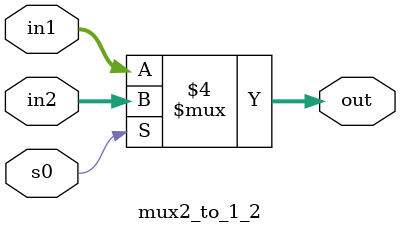
<source format=v>
module stimulus;

	// Declare variables to be connected
	// to inputs
	reg [3:0]in1,in2;
	reg s0;
	
	// Declare output wire
	wire [3:0] out;
	
	// Instantiate the multiplexer
	mux2_to_1_2 mymux(out,in1,in2,s0);
	
	// Stimulate the inputs
	// Define the stimulus module (no ports)
	initial
	begin
		// set input lines
		in1=4'd8;in2=4'd7;s0=0;
		#1 $display("out= %b, in2= %b, in2= %b,s0= %b\n",out,in1,in2,s0);
		in1=4'd8;in2=4'd7;s0=1;
		#1 $display("out= %b, in2= %b, in2= %b,s0= %b\n",out,in1,in2,s0);

	end
	
endmodule


// Module 4-to-1 multiplexer. Port list is taken exactly from
// the I/O diagram.
module mux2_to_1_2 (out,in1,in2, s0);
	
	// Port declarations from the I/O diagram
	output reg [3:0]out;
	input [3:0]in1,in2;
	input s0;

	always @(*)
	begin	
	
	if (s0==1'b0)
		out=in1;
	else
		out = in2;

	end	
	
	
endmodule

</source>
